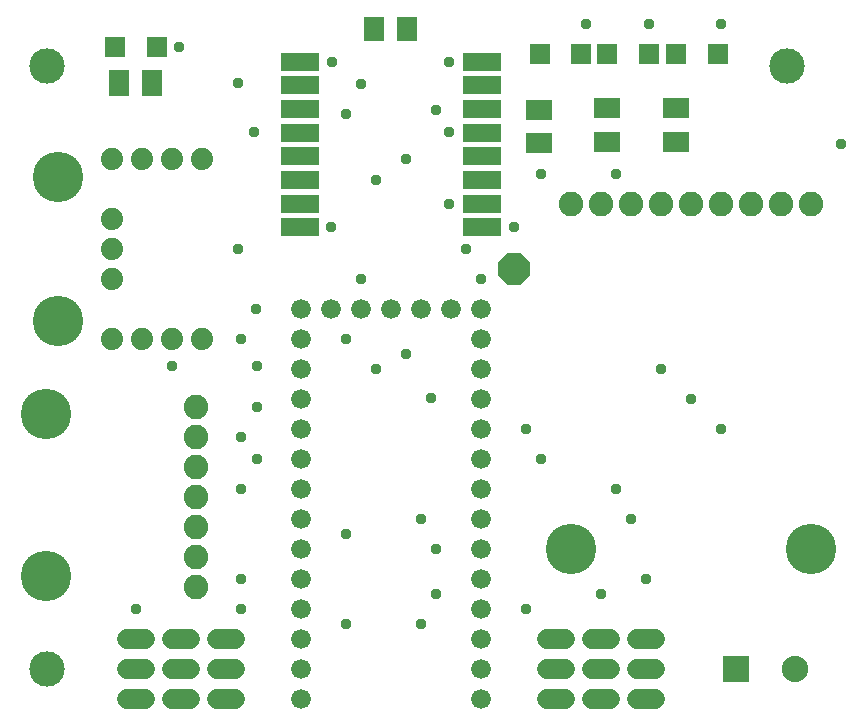
<source format=gbr>
G04 EAGLE Gerber RS-274X export*
G75*
%MOMM*%
%FSLAX34Y34*%
%LPD*%
%INSoldermask Top*%
%IPPOS*%
%AMOC8*
5,1,8,0,0,1.08239X$1,22.5*%
G01*
%ADD10C,3.003200*%
%ADD11C,1.727200*%
%ADD12R,1.703200X1.703200*%
%ADD13R,1.803200X2.203200*%
%ADD14R,2.203200X1.803200*%
%ADD15C,1.676400*%
%ADD16C,4.267200*%
%ADD17C,2.082800*%
%ADD18C,1.879600*%
%ADD19R,3.203200X1.603200*%
%ADD20P,2.969212X8X22.500000*%
%ADD21R,1.803200X2.003200*%
%ADD22R,2.235200X2.235200*%
%ADD23C,2.235200*%
%ADD24C,0.959600*%


D10*
X52070Y562102D03*
X678180Y562102D03*
X52070Y50800D03*
D11*
X474980Y76200D02*
X490220Y76200D01*
X490220Y50800D02*
X474980Y50800D01*
X474980Y25400D02*
X490220Y25400D01*
X513080Y76200D02*
X528320Y76200D01*
X528320Y50800D02*
X513080Y50800D01*
X513080Y25400D02*
X528320Y25400D01*
X134620Y76200D02*
X119380Y76200D01*
X119380Y50800D02*
X134620Y50800D01*
X134620Y25400D02*
X119380Y25400D01*
D12*
X144500Y577850D03*
X109500Y577850D03*
X503910Y571500D03*
X468910Y571500D03*
X561060Y571500D03*
X526060Y571500D03*
X619480Y571500D03*
X584480Y571500D03*
D13*
X141000Y547370D03*
X113000Y547370D03*
D14*
X468630Y496540D03*
X468630Y524540D03*
X525780Y497810D03*
X525780Y525810D03*
X584200Y497810D03*
X584200Y525810D03*
D15*
X419100Y25400D03*
X419100Y50800D03*
X419100Y76200D03*
X419100Y101600D03*
X419100Y127000D03*
X419100Y152400D03*
X419100Y177800D03*
X419100Y203200D03*
X419100Y228600D03*
X419100Y254000D03*
X419100Y279400D03*
X419100Y304800D03*
X419100Y330200D03*
X419100Y355600D03*
X393700Y355600D03*
X368300Y355600D03*
X342900Y355600D03*
X317500Y355600D03*
X292100Y355600D03*
X266700Y355600D03*
X266700Y330200D03*
X266700Y304800D03*
X266700Y279400D03*
X266700Y254000D03*
X266700Y228600D03*
X266700Y203200D03*
X266700Y177800D03*
X266700Y152400D03*
X266700Y127000D03*
X266700Y101600D03*
X266700Y76200D03*
X266700Y50800D03*
X266700Y25400D03*
D16*
X50800Y129540D03*
X50800Y266700D03*
D17*
X177800Y120650D03*
X177800Y146050D03*
X177800Y171450D03*
X177800Y196850D03*
X177800Y222250D03*
X177800Y247650D03*
X177800Y273050D03*
D16*
X698500Y152400D03*
X495300Y152400D03*
D17*
X698500Y444500D03*
X673100Y444500D03*
X647700Y444500D03*
X622300Y444500D03*
X596900Y444500D03*
X571500Y444500D03*
X546100Y444500D03*
X520700Y444500D03*
X495300Y444500D03*
D16*
X60960Y467360D03*
X60960Y345440D03*
D18*
X106680Y482600D03*
X132080Y482600D03*
X157480Y482600D03*
X182880Y482600D03*
X182880Y330200D03*
X157480Y330200D03*
X132080Y330200D03*
X106680Y330200D03*
X106680Y431800D03*
X106680Y406400D03*
X106680Y381000D03*
D19*
X265900Y565300D03*
X265900Y545300D03*
X265900Y525300D03*
X265900Y505300D03*
X265900Y485300D03*
X265900Y465300D03*
X265900Y445300D03*
X265900Y425300D03*
X419900Y425300D03*
X419900Y445300D03*
X419900Y465300D03*
X419900Y485300D03*
X419900Y505300D03*
X419900Y525300D03*
X419900Y545300D03*
X419900Y565300D03*
D20*
X447040Y389890D03*
D21*
X356900Y593090D03*
X328900Y593090D03*
D11*
X172720Y76200D02*
X157480Y76200D01*
X157480Y50800D02*
X172720Y50800D01*
X172720Y25400D02*
X157480Y25400D01*
X551180Y76200D02*
X566420Y76200D01*
X566420Y50800D02*
X551180Y50800D01*
X551180Y25400D02*
X566420Y25400D01*
X210820Y76200D02*
X195580Y76200D01*
X195580Y50800D02*
X210820Y50800D01*
X210820Y25400D02*
X195580Y25400D01*
D22*
X635000Y50800D03*
D23*
X685000Y50800D03*
D24*
X293370Y565150D03*
X292100Y425450D03*
X392430Y444500D03*
X163830Y577850D03*
X508000Y596900D03*
X561340Y596900D03*
X622300Y596900D03*
X392430Y565150D03*
X392430Y505460D03*
X215900Y247650D03*
X215900Y203200D03*
X215900Y330200D03*
X229870Y273050D03*
X229870Y228600D03*
X157480Y307340D03*
X229870Y307340D03*
X447040Y425450D03*
X419100Y381000D03*
X317500Y381000D03*
X317500Y546100D03*
X228600Y355600D03*
X227330Y505460D03*
X304800Y330200D03*
X304800Y520700D03*
X355600Y482600D03*
X355600Y317500D03*
X330200Y464820D03*
X330200Y304800D03*
X368300Y88900D03*
X368300Y177800D03*
X520700Y114300D03*
X381000Y114300D03*
X381000Y152400D03*
X215900Y127000D03*
X215900Y101600D03*
X127000Y101600D03*
X213360Y547370D03*
X213360Y406400D03*
X406400Y406400D03*
X469900Y228600D03*
X469900Y469900D03*
X533400Y469900D03*
X533400Y203200D03*
X546100Y177800D03*
X723900Y495300D03*
X596900Y279400D03*
X571500Y304800D03*
X622300Y254000D03*
X457200Y254000D03*
X457200Y101600D03*
X377190Y280670D03*
X381000Y524510D03*
X558800Y127000D03*
X304800Y165100D03*
X304800Y88900D03*
M02*

</source>
